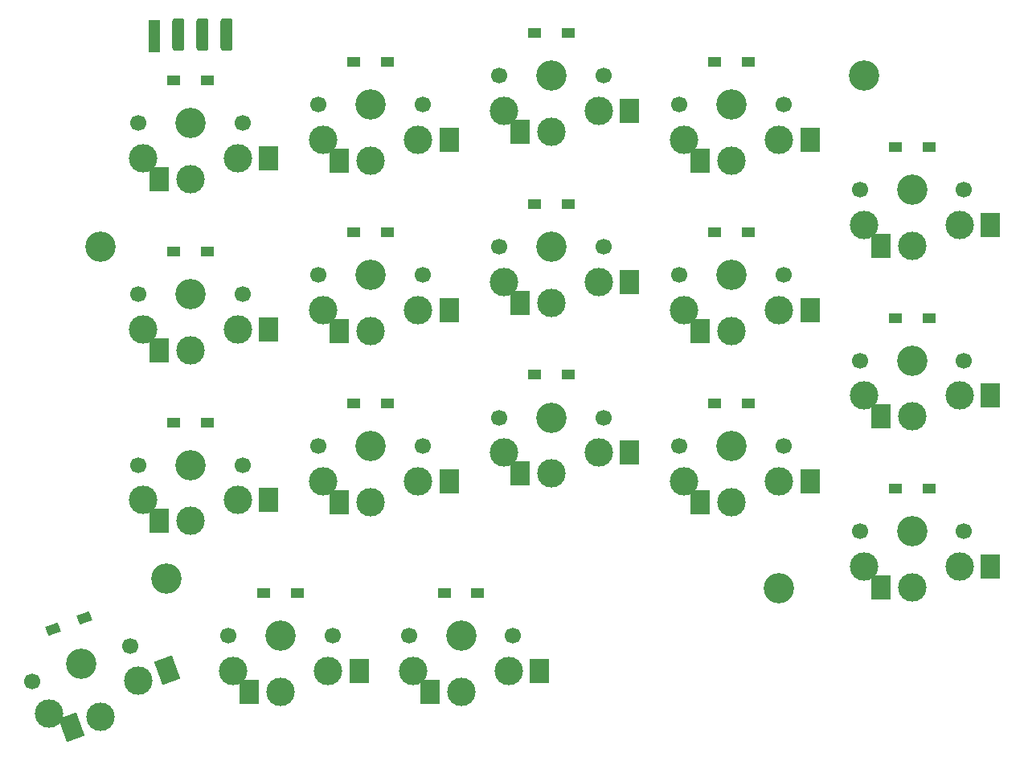
<source format=gts>
%TF.GenerationSoftware,KiCad,Pcbnew,(7.0.0-0)*%
%TF.CreationDate,2023-03-13T10:37:30+08:00*%
%TF.ProjectId,Input,496e7075-742e-46b6-9963-61645f706362,1*%
%TF.SameCoordinates,PX7bfa480PY6052340*%
%TF.FileFunction,Soldermask,Top*%
%TF.FilePolarity,Negative*%
%FSLAX46Y46*%
G04 Gerber Fmt 4.6, Leading zero omitted, Abs format (unit mm)*
G04 Created by KiCad (PCBNEW (7.0.0-0)) date 2023-03-13 10:37:30*
%MOMM*%
%LPD*%
G01*
G04 APERTURE LIST*
G04 Aperture macros list*
%AMRoundRect*
0 Rectangle with rounded corners*
0 $1 Rounding radius*
0 $2 $3 $4 $5 $6 $7 $8 $9 X,Y pos of 4 corners*
0 Add a 4 corners polygon primitive as box body*
4,1,4,$2,$3,$4,$5,$6,$7,$8,$9,$2,$3,0*
0 Add four circle primitives for the rounded corners*
1,1,$1+$1,$2,$3*
1,1,$1+$1,$4,$5*
1,1,$1+$1,$6,$7*
1,1,$1+$1,$8,$9*
0 Add four rect primitives between the rounded corners*
20,1,$1+$1,$2,$3,$4,$5,0*
20,1,$1+$1,$4,$5,$6,$7,0*
20,1,$1+$1,$6,$7,$8,$9,0*
20,1,$1+$1,$8,$9,$2,$3,0*%
%AMRotRect*
0 Rectangle, with rotation*
0 The origin of the aperture is its center*
0 $1 length*
0 $2 width*
0 $3 Rotation angle, in degrees counterclockwise*
0 Add horizontal line*
21,1,$1,$2,0,0,$3*%
G04 Aperture macros list end*
%ADD10C,3.000000*%
%ADD11R,2.000000X2.600000*%
%ADD12C,3.200000*%
%ADD13R,1.400000X1.000000*%
%ADD14RotRect,1.400000X1.000000X20.000000*%
%ADD15R,1.270000X3.429000*%
%ADD16RoundRect,0.317500X-0.317500X-1.397000X0.317500X-1.397000X0.317500X1.397000X-0.317500X1.397000X0*%
%ADD17RotRect,2.000000X2.600000X200.000000*%
%ADD18C,1.700000*%
G04 APERTURE END LIST*
D10*
%TO.C,SW17*%
X24000000Y16300000D03*
D11*
X27254999Y16299999D03*
X15697999Y14099999D03*
%TD*%
D12*
%TO.C,H1*%
X-2500000Y-30000000D03*
%TD*%
D10*
%TO.C,SW29*%
X24000000Y-1700000D03*
D11*
X27254999Y-1699999D03*
X15697999Y-3899999D03*
%TD*%
D13*
%TO.C,D27*%
X55224999Y6499999D03*
X58774999Y6499999D03*
%TD*%
%TO.C,D18*%
X-1774999Y22499999D03*
X1774999Y22499999D03*
%TD*%
D10*
%TO.C,SW15*%
X62000000Y16300000D03*
D11*
X65254999Y16299999D03*
X53697999Y14099999D03*
%TD*%
D13*
%TO.C,D15*%
X55224999Y24499999D03*
X58774999Y24499999D03*
%TD*%
%TO.C,D52*%
X26724999Y-31499999D03*
X30274999Y-31499999D03*
%TD*%
%TO.C,D16*%
X36224999Y27499999D03*
X39774999Y27499999D03*
%TD*%
D10*
%TO.C,SW26*%
X81000000Y-10700000D03*
D11*
X84254999Y-10699999D03*
X72697999Y-12899999D03*
%TD*%
D10*
%TO.C,SW38*%
X81000000Y-28700000D03*
D11*
X84254999Y-28699999D03*
X72697999Y-30899999D03*
%TD*%
D14*
%TO.C,D54*%
X-14467953Y-35307085D03*
X-11132045Y-34092913D03*
%TD*%
D10*
%TO.C,SW27*%
X62000000Y-1700000D03*
D11*
X65254999Y-1699999D03*
X53697999Y-3899999D03*
%TD*%
D13*
%TO.C,D53*%
X7724999Y-31499999D03*
X11274999Y-31499999D03*
%TD*%
%TO.C,D39*%
X55224999Y-11499999D03*
X58774999Y-11499999D03*
%TD*%
D10*
%TO.C,SW52*%
X33500000Y-39700000D03*
D11*
X36754999Y-39699999D03*
X25197999Y-41899999D03*
%TD*%
D13*
%TO.C,D42*%
X-1774999Y-13499999D03*
X1774999Y-13499999D03*
%TD*%
%TO.C,D30*%
X-1774999Y4499999D03*
X1774999Y4499999D03*
%TD*%
%TO.C,D28*%
X36224999Y9499999D03*
X39774999Y9499999D03*
%TD*%
D10*
%TO.C,SW28*%
X43000000Y1300000D03*
D11*
X46254999Y1299999D03*
X34697999Y-899999D03*
%TD*%
D10*
%TO.C,SW42*%
X5000000Y-21700000D03*
D11*
X8254999Y-21699999D03*
X-3301999Y-23899999D03*
%TD*%
D10*
%TO.C,SW14*%
X81000000Y7300000D03*
D11*
X84254999Y7299999D03*
X72697999Y5099999D03*
%TD*%
D10*
%TO.C,SW30*%
X5000000Y-3700000D03*
D11*
X8254999Y-3699999D03*
X-3301999Y-5899999D03*
%TD*%
D12*
%TO.C,H2*%
X62000000Y-31000000D03*
%TD*%
%TO.C,H3*%
X71000000Y23000000D03*
%TD*%
D15*
%TO.C,J1*%
X-3809999Y27221999D03*
D16*
X-1270000Y27349000D03*
X1270000Y27349000D03*
X3810000Y27349000D03*
%TD*%
D13*
%TO.C,D26*%
X74224999Y-2499999D03*
X77774999Y-2499999D03*
%TD*%
D10*
%TO.C,SW53*%
X14499996Y-39700000D03*
D11*
X17754995Y-39699999D03*
X6197995Y-41899999D03*
%TD*%
D12*
%TO.C,H4*%
X-9500000Y5000000D03*
%TD*%
D10*
%TO.C,SW18*%
X5000000Y14300000D03*
D11*
X8254999Y14299999D03*
X-3301999Y12099999D03*
%TD*%
D10*
%TO.C,SW40*%
X43000000Y-16700000D03*
D11*
X46254999Y-16699999D03*
X34697999Y-18899999D03*
%TD*%
D10*
%TO.C,SW41*%
X24000000Y-19700000D03*
D11*
X27254999Y-19699999D03*
X15697999Y-21899999D03*
%TD*%
D13*
%TO.C,D14*%
X74224999Y15499999D03*
X77774999Y15499999D03*
%TD*%
%TO.C,D17*%
X17224999Y24499999D03*
X20774999Y24499999D03*
%TD*%
D10*
%TO.C,SW39*%
X62000000Y-19700000D03*
D11*
X65254999Y-19699999D03*
X53697999Y-21899999D03*
%TD*%
D13*
%TO.C,D40*%
X36224999Y-8499999D03*
X39774999Y-8499999D03*
%TD*%
%TO.C,D29*%
X17224999Y6499999D03*
X20774999Y6499999D03*
%TD*%
D10*
%TO.C,SW16*%
X43000000Y19300000D03*
D11*
X46254999Y19299999D03*
X34697999Y17099999D03*
%TD*%
D10*
%TO.C,SW54*%
X-5506062Y-40730762D03*
D17*
X-2447362Y-39617485D03*
X-12554945Y-45637536D03*
%TD*%
D13*
%TO.C,D38*%
X74224999Y-20499999D03*
X77774999Y-20499999D03*
%TD*%
%TO.C,D41*%
X17224999Y-11499999D03*
X20774999Y-11499999D03*
%TD*%
D18*
%TO.C,SW20*%
X24500000Y20000000D03*
D10*
X19000000Y14100000D03*
D12*
X19000000Y20000000D03*
D10*
X14000000Y16300000D03*
D18*
X13500000Y20000000D03*
%TD*%
%TO.C,SW22*%
X62500000Y20000000D03*
D10*
X57000000Y14100000D03*
D12*
X57000000Y20000000D03*
D10*
X52000000Y16300000D03*
D18*
X51500000Y20000000D03*
%TD*%
%TO.C,SW44*%
X24500000Y-16000000D03*
D10*
X19000000Y-21900000D03*
D12*
X19000000Y-16000000D03*
D10*
X14000000Y-19700000D03*
D18*
X13500000Y-16000000D03*
%TD*%
%TO.C,SW34*%
X62500000Y2000000D03*
D10*
X57000000Y-3900000D03*
D12*
X57000000Y2000000D03*
D10*
X52000000Y-1700000D03*
D18*
X51500000Y2000000D03*
%TD*%
%TO.C,SW55*%
X-6301691Y-37082889D03*
D10*
X-9452081Y-44508186D03*
D12*
X-11470000Y-38964000D03*
D10*
X-14902989Y-44150963D03*
D18*
X-16638309Y-40845111D03*
%TD*%
%TO.C,SW21*%
X43500000Y23000000D03*
D10*
X38000000Y17100000D03*
D12*
X38000000Y23000000D03*
D10*
X33000000Y19300000D03*
D18*
X32500000Y23000000D03*
%TD*%
%TO.C,SW19*%
X5500000Y18000000D03*
D10*
X0Y12100000D03*
D12*
X0Y18000000D03*
D10*
X-5000000Y14300000D03*
D18*
X-5500000Y18000000D03*
%TD*%
%TO.C,SW45*%
X43500000Y-13000000D03*
D10*
X38000000Y-18900000D03*
D12*
X38000000Y-13000000D03*
D10*
X33000000Y-16700000D03*
D18*
X32500000Y-13000000D03*
%TD*%
%TO.C,SW33*%
X43500000Y5000000D03*
D10*
X38000000Y-900000D03*
D12*
X38000000Y5000000D03*
D10*
X33000000Y1300000D03*
D18*
X32500000Y5000000D03*
%TD*%
%TO.C,SW47*%
X81500000Y-25000000D03*
D10*
X76000000Y-30900000D03*
D12*
X76000000Y-25000000D03*
D10*
X71000000Y-28700000D03*
D18*
X70500000Y-25000000D03*
%TD*%
%TO.C,SW32*%
X24500000Y2000000D03*
D10*
X19000000Y-3900000D03*
D12*
X19000000Y2000000D03*
D10*
X14000000Y-1700000D03*
D18*
X13500000Y2000000D03*
%TD*%
%TO.C,SW35*%
X81500000Y-7000000D03*
D10*
X76000000Y-12900000D03*
D12*
X76000000Y-7000000D03*
D10*
X71000000Y-10700000D03*
D18*
X70500000Y-7000000D03*
%TD*%
%TO.C,SW43*%
X5500000Y-18000000D03*
D10*
X0Y-23900000D03*
D12*
X0Y-18000000D03*
D10*
X-5000000Y-21700000D03*
D18*
X-5500000Y-18000000D03*
%TD*%
%TO.C,SW31*%
X5500000Y0D03*
D10*
X0Y-5900000D03*
D12*
X0Y0D03*
D10*
X-5000000Y-3700000D03*
D18*
X-5500000Y0D03*
%TD*%
%TO.C,SW23*%
X81500000Y11000000D03*
D10*
X76000000Y5100000D03*
D12*
X76000000Y11000000D03*
D10*
X71000000Y7300000D03*
D18*
X70500000Y11000000D03*
%TD*%
%TO.C,SW46*%
X62500000Y-16000000D03*
D10*
X57000000Y-21900000D03*
D12*
X57000000Y-16000000D03*
D10*
X52000000Y-19700000D03*
D18*
X51500000Y-16000000D03*
%TD*%
%TO.C,SW56*%
X14999996Y-36000000D03*
D10*
X9499996Y-41900000D03*
D12*
X9499996Y-36000000D03*
D10*
X4499996Y-39700000D03*
D18*
X3999996Y-36000000D03*
%TD*%
%TO.C,SW57*%
X34000000Y-36000000D03*
D10*
X28500000Y-41900000D03*
D12*
X28500000Y-36000000D03*
D10*
X23500000Y-39700000D03*
D18*
X23000000Y-36000000D03*
%TD*%
M02*

</source>
